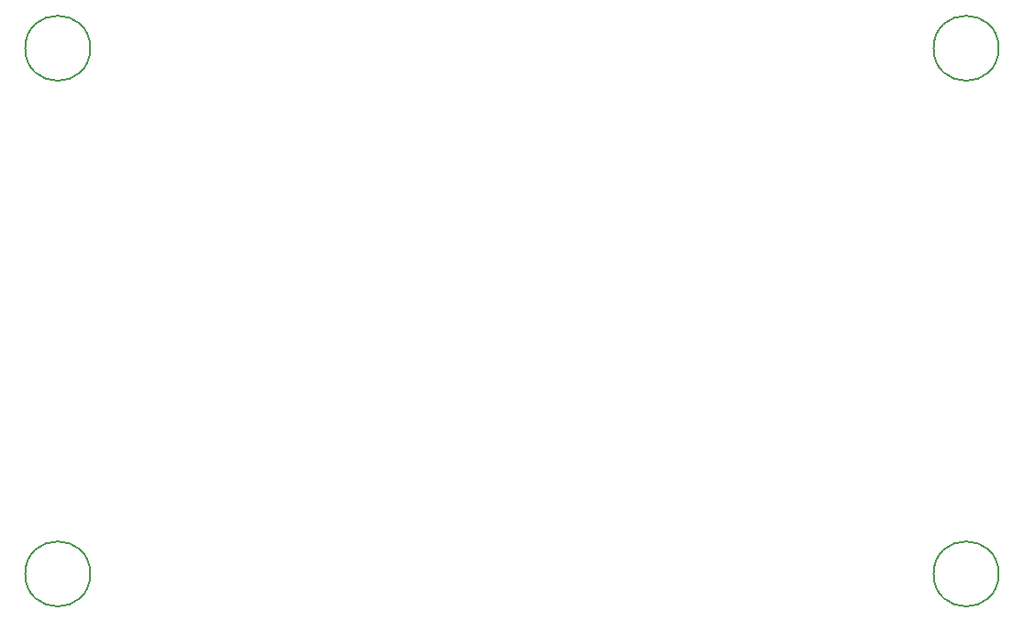
<source format=gbr>
%TF.GenerationSoftware,KiCad,Pcbnew,(5.1.10-1-10_14)*%
%TF.CreationDate,2021-07-31T21:51:31-04:00*%
%TF.ProjectId,CLOCK,434c4f43-4b2e-46b6-9963-61645f706362,rev?*%
%TF.SameCoordinates,Original*%
%TF.FileFunction,Other,Comment*%
%FSLAX46Y46*%
G04 Gerber Fmt 4.6, Leading zero omitted, Abs format (unit mm)*
G04 Created by KiCad (PCBNEW (5.1.10-1-10_14)) date 2021-07-31 21:51:31*
%MOMM*%
%LPD*%
G01*
G04 APERTURE LIST*
%ADD10C,0.150000*%
G04 APERTURE END LIST*
D10*
%TO.C,REF\u002A\u002A*%
X152352000Y-25146000D02*
G75*
G03*
X152352000Y-25146000I-3000000J0D01*
G01*
X152352000Y-73660000D02*
G75*
G03*
X152352000Y-73660000I-3000000J0D01*
G01*
X68532000Y-73660000D02*
G75*
G03*
X68532000Y-73660000I-3000000J0D01*
G01*
X68532000Y-25146000D02*
G75*
G03*
X68532000Y-25146000I-3000000J0D01*
G01*
%TD*%
M02*

</source>
